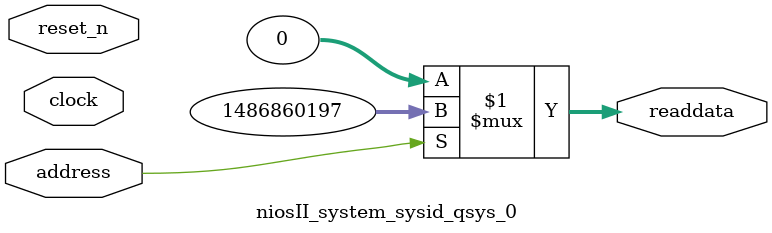
<source format=v>

`timescale 1ns / 1ps
// synthesis translate_on

// turn off superfluous verilog processor warnings 
// altera message_level Level1 
// altera message_off 10034 10035 10036 10037 10230 10240 10030 

module niosII_system_sysid_qsys_0 (
               // inputs:
                address,
                clock,
                reset_n,

               // outputs:
                readdata
             )
;

  output  [ 31: 0] readdata;
  input            address;
  input            clock;
  input            reset_n;

  wire    [ 31: 0] readdata;
  //control_slave, which is an e_avalon_slave
  assign readdata = address ? 1486860197 : 0;

endmodule




</source>
